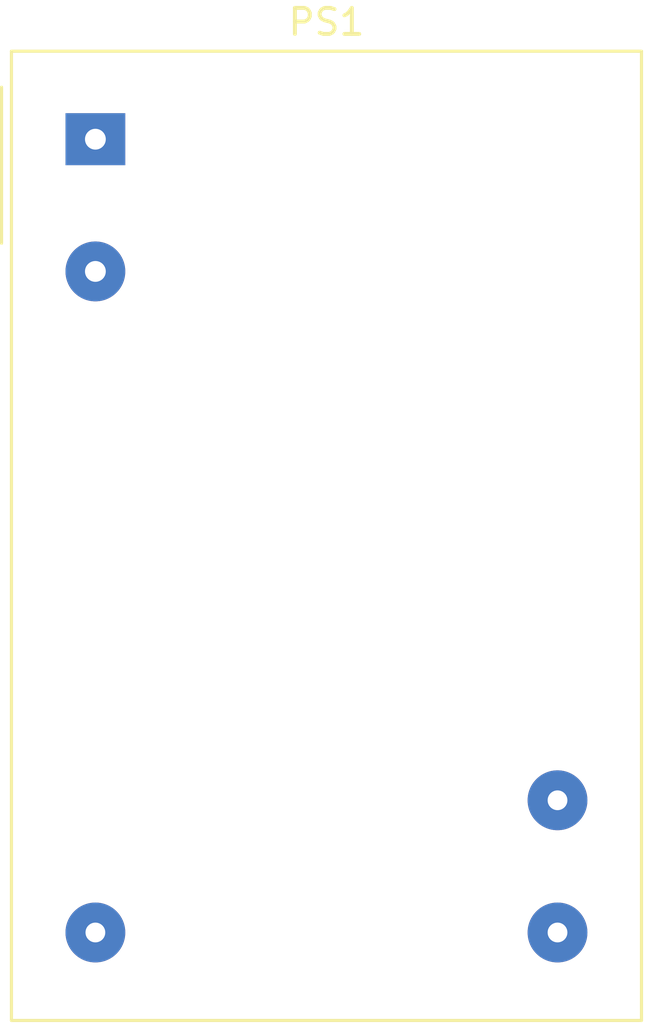
<source format=kicad_pcb>
(kicad_pcb (version 20221018) (generator pcbnew)
  (layers (0 "F.Cu" signal) (31 "B.Cu" signal) (34 "B.Paste" user) (35 "F.Paste" user) (36 "B.SilkS" user "B.Silkscreen") (37 "F.SilkS" user "F.Silkscreen") (38 "B.Mask" user) (39 "F.Mask" user) (44 "Edge.Cuts" user))
  (net 0 "")
  (footprint "Converter_ACDC:Converter_ACDC_MeanWell_IRM-03-xx_THT" (layer "F.Cu") (at 92.71 86.995)
    (fp_text reference "PS1" (at 8.89 -4.5) (layer "F.SilkS"))
    (fp_text value "IRM-03-12")
    (fp_line (start -3.61 -2) (end -3.61 4) (stroke (width 0.12)) (layer "F.SilkS"))
    (fp_line (start -3.23 -3.38) (end -3.23 33.86) (stroke (width 0.12)) (layer "F.SilkS"))
    (fp_line (start -3.23 33.86) (end 21.01 33.86) (stroke (width 0.12)) (layer "F.SilkS"))
    (fp_line (start 21.01 -3.38) (end -3.23 -3.38) (stroke (width 0.12)) (layer "F.SilkS"))
    (fp_line (start 21.01 -3.38) (end 21.01 33.86) (stroke (width 0.12)) (layer "F.SilkS"))
    (pad "1" thru_hole rect (at 0 0) (size 2.3 2) (drill 0.8) (layers "*.Cu" "*.Mask"))
    (pad "3" thru_hole circle (at 0 5.08) (size 2.3 2.3) (drill 0.8) (layers "*.Cu" "*.Mask"))
    (pad "5" thru_hole circle (at 0 30.48) (size 2.3 2.3) (drill 0.76) (layers "*.Cu" "*.Mask"))
    (pad "14" thru_hole circle (at 17.78 30.48) (size 2.3 2.3) (drill 0.76) (layers "*.Cu" "*.Mask"))
    (pad "16" thru_hole circle (at 17.78 25.4) (size 2.3 2.3) (drill 0.76) (layers "*.Cu" "*.Mask"))
  )
)
</source>
